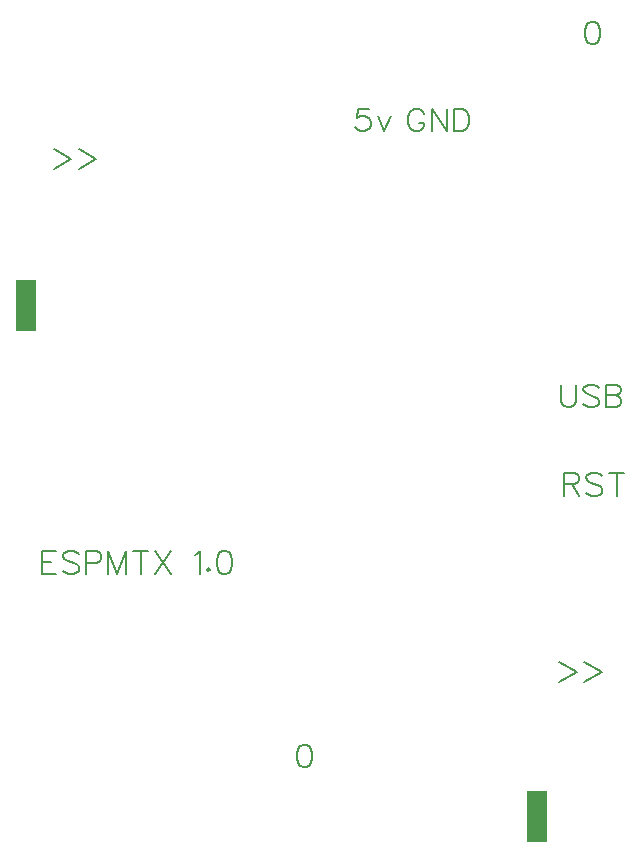
<source format=gto>
G04 Layer: TopSilkscreenLayer*
G04 EasyEDA v6.5.44, 2024-07-16 08:44:05*
G04 f322a21155e64bfca94832d5c325404b,a277f855c1dd484d8ea612a13ca666de,10*
G04 Gerber Generator version 0.2*
G04 Scale: 100 percent, Rotated: No, Reflected: No *
G04 Dimensions in millimeters *
G04 leading zeros omitted , absolute positions ,4 integer and 5 decimal *
%FSLAX45Y45*%
%MOMM*%

%ADD10C,0.2032*%

%LPD*%
D10*
X5668772Y14340078D02*
G01*
X5641086Y14330934D01*
X5622543Y14303247D01*
X5613400Y14257020D01*
X5613400Y14229334D01*
X5622543Y14183105D01*
X5641086Y14155420D01*
X5668772Y14146276D01*
X5687313Y14146276D01*
X5715000Y14155420D01*
X5733541Y14183105D01*
X5742686Y14229334D01*
X5742686Y14257020D01*
X5733541Y14303247D01*
X5715000Y14330934D01*
X5687313Y14340078D01*
X5668772Y14340078D01*
X5410200Y11266678D02*
G01*
X5410200Y11128247D01*
X5419343Y11100562D01*
X5437886Y11082020D01*
X5465572Y11072876D01*
X5484113Y11072876D01*
X5511800Y11082020D01*
X5530341Y11100562D01*
X5539486Y11128247D01*
X5539486Y11266678D01*
X5729731Y11238992D02*
G01*
X5711190Y11257534D01*
X5683504Y11266678D01*
X5646674Y11266678D01*
X5618988Y11257534D01*
X5600445Y11238992D01*
X5600445Y11220450D01*
X5609590Y11202162D01*
X5618988Y11192763D01*
X5637529Y11183620D01*
X5692902Y11165078D01*
X5711190Y11155934D01*
X5720588Y11146789D01*
X5729731Y11128247D01*
X5729731Y11100562D01*
X5711190Y11082020D01*
X5683504Y11072876D01*
X5646674Y11072876D01*
X5618988Y11082020D01*
X5600445Y11100562D01*
X5790691Y11266678D02*
G01*
X5790691Y11072876D01*
X5790691Y11266678D02*
G01*
X5873750Y11266678D01*
X5901690Y11257534D01*
X5910834Y11248389D01*
X5919977Y11229847D01*
X5919977Y11211305D01*
X5910834Y11192763D01*
X5901690Y11183620D01*
X5873750Y11174476D01*
X5790691Y11174476D02*
G01*
X5873750Y11174476D01*
X5901690Y11165078D01*
X5910834Y11155934D01*
X5919977Y11137392D01*
X5919977Y11109705D01*
X5910834Y11091163D01*
X5901690Y11082020D01*
X5873750Y11072876D01*
X5790691Y11072876D01*
X3230372Y8218678D02*
G01*
X3202686Y8209534D01*
X3184143Y8181847D01*
X3175000Y8135620D01*
X3175000Y8107934D01*
X3184143Y8061705D01*
X3202686Y8034020D01*
X3230372Y8024876D01*
X3248913Y8024876D01*
X3276600Y8034020D01*
X3295141Y8061705D01*
X3304286Y8107934D01*
X3304286Y8135620D01*
X3295141Y8181847D01*
X3276600Y8209534D01*
X3248913Y8218678D01*
X3230372Y8218678D01*
X5397500Y8914892D02*
G01*
X5545327Y8831834D01*
X5397500Y8748776D01*
X5606288Y8914892D02*
G01*
X5754115Y8831834D01*
X5606288Y8748776D01*
X1117600Y13258292D02*
G01*
X1265428Y13175234D01*
X1117600Y13092176D01*
X1326387Y13258292D02*
G01*
X1474215Y13175234D01*
X1326387Y13092176D01*
X1016000Y9856978D02*
G01*
X1016000Y9663176D01*
X1016000Y9856978D02*
G01*
X1136142Y9856978D01*
X1016000Y9764776D02*
G01*
X1089913Y9764776D01*
X1016000Y9663176D02*
G01*
X1136142Y9663176D01*
X1326387Y9829292D02*
G01*
X1307845Y9847834D01*
X1280160Y9856978D01*
X1243329Y9856978D01*
X1215389Y9847834D01*
X1197102Y9829292D01*
X1197102Y9810750D01*
X1206245Y9792462D01*
X1215389Y9783063D01*
X1233931Y9773920D01*
X1289304Y9755378D01*
X1307845Y9746234D01*
X1316989Y9737089D01*
X1326387Y9718547D01*
X1326387Y9690862D01*
X1307845Y9672320D01*
X1280160Y9663176D01*
X1243329Y9663176D01*
X1215389Y9672320D01*
X1197102Y9690862D01*
X1387347Y9856978D02*
G01*
X1387347Y9663176D01*
X1387347Y9856978D02*
G01*
X1470405Y9856978D01*
X1498092Y9847834D01*
X1507489Y9838689D01*
X1516634Y9820147D01*
X1516634Y9792462D01*
X1507489Y9773920D01*
X1498092Y9764776D01*
X1470405Y9755378D01*
X1387347Y9755378D01*
X1577594Y9856978D02*
G01*
X1577594Y9663176D01*
X1577594Y9856978D02*
G01*
X1651507Y9663176D01*
X1725421Y9856978D02*
G01*
X1651507Y9663176D01*
X1725421Y9856978D02*
G01*
X1725421Y9663176D01*
X1850897Y9856978D02*
G01*
X1850897Y9663176D01*
X1786381Y9856978D02*
G01*
X1915668Y9856978D01*
X1976627Y9856978D02*
G01*
X2105913Y9663176D01*
X2105913Y9856978D02*
G01*
X1976627Y9663176D01*
X2309113Y9820147D02*
G01*
X2327656Y9829292D01*
X2355341Y9856978D01*
X2355341Y9663176D01*
X2425445Y9709150D02*
G01*
X2416302Y9700005D01*
X2425445Y9690862D01*
X2434590Y9700005D01*
X2425445Y9709150D01*
X2551175Y9856978D02*
G01*
X2523490Y9847834D01*
X2504947Y9820147D01*
X2495550Y9773920D01*
X2495550Y9746234D01*
X2504947Y9700005D01*
X2523490Y9672320D01*
X2551175Y9663176D01*
X2569463Y9663176D01*
X2597150Y9672320D01*
X2615691Y9700005D01*
X2625090Y9746234D01*
X2625090Y9773920D01*
X2615691Y9820147D01*
X2597150Y9847834D01*
X2569463Y9856978D01*
X2551175Y9856978D01*
X3781043Y13603478D02*
G01*
X3688841Y13603478D01*
X3679443Y13520420D01*
X3688841Y13529563D01*
X3716527Y13538962D01*
X3744213Y13538962D01*
X3771900Y13529563D01*
X3790441Y13511276D01*
X3799586Y13483589D01*
X3799586Y13465047D01*
X3790441Y13437362D01*
X3771900Y13418820D01*
X3744213Y13409676D01*
X3716527Y13409676D01*
X3688841Y13418820D01*
X3679443Y13427963D01*
X3670300Y13446505D01*
X3860545Y13538962D02*
G01*
X3915918Y13409676D01*
X3971290Y13538962D02*
G01*
X3915918Y13409676D01*
X4253229Y13557250D02*
G01*
X4244086Y13575792D01*
X4225543Y13594334D01*
X4207256Y13603478D01*
X4170172Y13603478D01*
X4151629Y13594334D01*
X4133341Y13575792D01*
X4123943Y13557250D01*
X4114800Y13529563D01*
X4114800Y13483589D01*
X4123943Y13455650D01*
X4133341Y13437362D01*
X4151629Y13418820D01*
X4170172Y13409676D01*
X4207256Y13409676D01*
X4225543Y13418820D01*
X4244086Y13437362D01*
X4253229Y13455650D01*
X4253229Y13483589D01*
X4207256Y13483589D02*
G01*
X4253229Y13483589D01*
X4314190Y13603478D02*
G01*
X4314190Y13409676D01*
X4314190Y13603478D02*
G01*
X4443729Y13409676D01*
X4443729Y13603478D02*
G01*
X4443729Y13409676D01*
X4504690Y13603478D02*
G01*
X4504690Y13409676D01*
X4504690Y13603478D02*
G01*
X4569206Y13603478D01*
X4596891Y13594334D01*
X4615434Y13575792D01*
X4624577Y13557250D01*
X4633975Y13529563D01*
X4633975Y13483589D01*
X4624577Y13455650D01*
X4615434Y13437362D01*
X4596891Y13418820D01*
X4569206Y13409676D01*
X4504690Y13409676D01*
X5435600Y10517378D02*
G01*
X5435600Y10323576D01*
X5435600Y10517378D02*
G01*
X5518658Y10517378D01*
X5546343Y10508234D01*
X5555741Y10499089D01*
X5564886Y10480547D01*
X5564886Y10462005D01*
X5555741Y10443463D01*
X5546343Y10434320D01*
X5518658Y10425176D01*
X5435600Y10425176D01*
X5500370Y10425176D02*
G01*
X5564886Y10323576D01*
X5755131Y10489692D02*
G01*
X5736590Y10508234D01*
X5708904Y10517378D01*
X5672074Y10517378D01*
X5644388Y10508234D01*
X5625845Y10489692D01*
X5625845Y10471150D01*
X5634990Y10452862D01*
X5644388Y10443463D01*
X5662929Y10434320D01*
X5718302Y10415778D01*
X5736590Y10406634D01*
X5745988Y10397489D01*
X5755131Y10378947D01*
X5755131Y10351262D01*
X5736590Y10332720D01*
X5708904Y10323576D01*
X5672074Y10323576D01*
X5644388Y10332720D01*
X5625845Y10351262D01*
X5880861Y10517378D02*
G01*
X5880861Y10323576D01*
X5816091Y10517378D02*
G01*
X5945377Y10517378D01*
G36*
X800100Y12153900D02*
G01*
X965200Y12153900D01*
X965200Y11722100D01*
X800100Y11722100D01*
G37*
G36*
X5124450Y7823200D02*
G01*
X5289550Y7823200D01*
X5289550Y7391400D01*
X5124450Y7391400D01*
G37*
M02*

</source>
